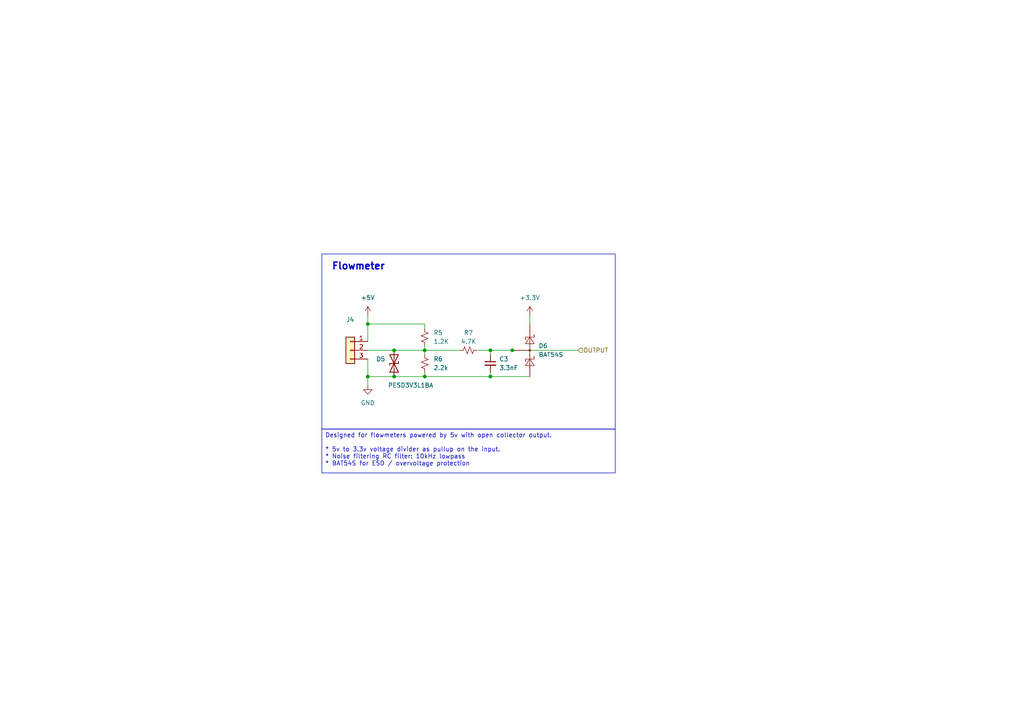
<source format=kicad_sch>
(kicad_sch (version 20250114) (generator "eeschema") (generator_version "9.0")
  (paper "A4")
  (title_block (title "https://github.com/hoeken/brineomatic") (date "2025-08-28") (rev "C"))
  (lib_symbols
    (symbol "Connector_Generic:Conn_01x03" (pin_names (offset 1.016) (hide yes))
      (property "Reference" "J" (at 0 5.08 0))
      (property "Value" "Conn_01x03" (at 0 -5.08 0))
      (symbol "Conn_01x03_1_1"
        (rectangle (start -1.27 3.81) (end 1.27 -3.81) (stroke (width 0.254)) (fill (type background)))
        (rectangle (start -1.27 2.667) (end 0 2.413) (stroke (width 0.1524)))
        (rectangle (start -1.27 0.127) (end 0 -0.127) (stroke (width 0.1524)))
        (rectangle (start -1.27 -2.413) (end 0 -2.667) (stroke (width 0.1524)))
        (pin passive line (at -5.08 2.54 0) (length 3.81) (name "Pin_1") (number "1"))
        (pin passive line (at -5.08 0 0) (length 3.81) (name "Pin_2") (number "2"))
        (pin passive line (at -5.08 -2.54 0) (length 3.81) (name "Pin_3") (number "3"))
      )
    )
    (symbol "Device:C_Small" (pin_numbers (hide yes)) (pin_names (offset 0.254) (hide yes))
      (property "Reference" "C" (at 0.254 1.778 0))
      (property "Value" "C_Small" (at 0.254 -2.032 0))
      (symbol "C_Small_0_1"
        (polyline (pts (xy -1.524 0.508) (xy 1.524 0.508)) (stroke (width 0.3048)))
        (polyline (pts (xy -1.524 -0.508) (xy 1.524 -0.508)) (stroke (width 0.3302)))
      )
      (symbol "C_Small_1_1"
        (pin passive line (at 0 2.54 270) (length 2.032) (name "~") (number "1"))
        (pin passive line (at 0 -2.54 90) (length 2.032) (name "~") (number "2"))
      )
    )
    (symbol "Device:D_TVS" (pin_numbers (hide yes)) (pin_names (offset 1.016) (hide yes))
      (property "Reference" "D" (at 0 2.54 0))
      (property "Value" "D_TVS" (at 0 -2.54 0))
      (symbol "D_TVS_0_1"
        (polyline (pts (xy -2.54 1.27) (xy -2.54 -1.27) (xy 2.54 1.27) (xy 2.54 -1.27) (xy -2.54 1.27)) (stroke (width 0.254)))
        (polyline (pts (xy 0.508 1.27) (xy 0 1.27) (xy 0 -1.27) (xy -0.508 -1.27)) (stroke (width 0.254)))
        (polyline (pts (xy 1.27 0) (xy -1.27 0)))
      )
      (symbol "D_TVS_1_1"
        (pin passive line (at -3.81 0 0) (length 2.54) (name "A1") (number "1"))
        (pin passive line (at 3.81 0 180) (length 2.54) (name "A2") (number "2"))
      )
    )
    (symbol "Device:R_Small_US" (pin_numbers (hide yes)) (pin_names (offset 0.254) (hide yes))
      (property "Reference" "R" (at 0.762 0.508 0))
      (property "Value" "R_Small_US" (at 0.762 -1.016 0))
      (symbol "R_Small_US_1_1"
        (polyline (pts (xy 0 1.524) (xy 1.016 1.143) (xy 0 0.762) (xy -1.016 0.381) (xy 0 0)))
        (polyline (pts (xy 0 0) (xy 1.016 -0.381) (xy 0 -0.762) (xy -1.016 -1.143) (xy 0 -1.524)))
        (pin passive line (at 0 2.54 270) (length 1.016) (name "~") (number "1"))
        (pin passive line (at 0 -2.54 90) (length 1.016) (name "~") (number "2"))
      )
    )
    (symbol "Diode:BAT54S" (pin_numbers (hide yes)) (pin_names (offset 0) (hide yes))
      (property "Reference" "D" (at 2.54 -5.08 0))
      (property "Value" "BAT54S" (at -6.35 3.175 0))
      (symbol "BAT54S_0_1"
        (polyline (pts (xy -4.445 1.27) (xy -4.445 -1.27) (xy -2.54 0) (xy -4.445 1.27)))
        (polyline (pts (xy -3.81 0) (xy -1.27 0)))
        (polyline (pts (xy -3.175 -1.27) (xy -3.175 -1.016)))
        (polyline (pts (xy -2.54 1.27) (xy -1.905 1.27)))
        (polyline (pts (xy -2.54 -1.27) (xy -3.175 -1.27)))
        (polyline (pts (xy -2.54 -1.27) (xy -2.54 1.27)))
        (polyline (pts (xy -1.905 1.27) (xy -1.905 1.016)))
        (polyline (pts (xy -1.905 0) (xy 1.905 0)))
        (circle (center 0 0) (radius 0.254) (fill (type outline)))
        (polyline (pts (xy 1.27 0) (xy 3.81 0)))
        (polyline (pts (xy 1.905 1.27) (xy 1.905 -1.27) (xy 3.81 0) (xy 1.905 1.27)))
        (polyline (pts (xy 3.175 -1.27) (xy 3.175 -1.016)))
        (polyline (pts (xy 3.81 1.27) (xy 4.445 1.27)))
        (polyline (pts (xy 3.81 -1.27) (xy 3.175 -1.27)))
        (polyline (pts (xy 3.81 -1.27) (xy 3.81 1.27)))
        (polyline (pts (xy 4.445 1.27) (xy 4.445 1.016)))
      )
      (symbol "BAT54S_1_1"
        (pin passive line (at -7.62 0 0) (length 3.81) (name "A") (number "1"))
        (pin passive line (at 0 -5.08 90) (length 5.08) (name "COM") (number "3"))
        (pin passive line (at 7.62 0 180) (length 3.81) (name "K") (number "2"))
      )
    )
    (symbol "power:+3.3V" (power) (pin_numbers (hide yes)) (pin_names (offset 0) (hide yes))
      (property "Value" "+3.3V" (at 0 3.556 0))
      (symbol "+3.3V_0_1"
        (polyline (pts (xy -0.762 1.27) (xy 0 2.54)))
        (polyline (pts (xy 0 2.54) (xy 0.762 1.27)))
        (polyline (pts (xy 0 0) (xy 0 2.54)))
      )
      (symbol "+3.3V_1_1"
        (pin power_in line (at 0 0 90) (length 0) (name "~") (number "1"))
      )
    )
    (symbol "power:+5V" (power) (pin_numbers (hide yes)) (pin_names (offset 0) (hide yes))
      (property "Value" "+5V" (at 0 3.556 0))
      (symbol "+5V_0_1"
        (polyline (pts (xy -0.762 1.27) (xy 0 2.54)))
        (polyline (pts (xy 0 2.54) (xy 0.762 1.27)))
        (polyline (pts (xy 0 0) (xy 0 2.54)))
      )
      (symbol "+5V_1_1"
        (pin power_in line (at 0 0 90) (length 0) (name "~") (number "1"))
      )
    )
    (symbol "power:GND" (power) (pin_numbers (hide yes)) (pin_names (offset 0) (hide yes))
      (property "Value" "GND" (at 0 -3.81 0))
      (symbol "GND_0_1"
        (polyline (pts (xy 0 0) (xy 0 -1.27) (xy 1.27 -1.27) (xy 0 -2.54) (xy -1.27 -1.27) (xy 0 -1.27)))
      )
      (symbol "GND_1_1"
        (pin power_in line (at 0 0 270) (length 0) (name "~") (number "1"))
      )
    )
  )
  (rectangle (start 93.345 73.66) (end 178.435 124.46))
  (text "Flowmeter" (at 96.139 77.343 0) (effects (font (size 2 2) (thickness 0.4) (bold yes)) (justify left)))
  (text_box "Designed for flowmeters powered by 5v with open collector output.\n\n* 5v to 3.3v voltage divider as pullup on the input.\n* Noise filtering RC filter: 10kHz lowpass\n* BAT54S for ESD / overvoltage protection" (at 93.345 124.46 0) (size 85.09 12.7) (margins 0.9525 0.9525 0.9525 0.9525) (effects (font (size 1.27 1.27)) (justify left top)))
  (junction (at 123.19 109.22))
  (junction (at 106.68 109.22))
  (junction (at 114.3 109.22))
  (junction (at 142.24 109.22))
  (junction (at 148.59 101.6))
  (junction (at 114.3 101.6))
  (junction (at 123.19 101.6))
  (junction (at 142.24 101.6))
  (junction (at 106.68 93.98))
  (wire (pts (xy 142.24 109.22) (xy 142.24 107.95)))
  (wire (pts (xy 123.19 109.22) (xy 123.19 107.95)))
  (wire (pts (xy 123.19 109.22) (xy 142.24 109.22)))
  (wire (pts (xy 153.67 91.44) (xy 153.67 93.98)))
  (wire (pts (xy 148.59 101.6) (xy 167.64 101.6)))
  (wire (pts (xy 138.43 101.6) (xy 142.24 101.6)))
  (wire (pts (xy 106.68 93.98) (xy 123.19 93.98)))
  (wire (pts (xy 106.68 91.44) (xy 106.68 93.98)))
  (wire (pts (xy 123.19 101.6) (xy 133.35 101.6)))
  (wire (pts (xy 114.3 101.6) (xy 123.19 101.6)))
  (wire (pts (xy 106.68 109.22) (xy 106.68 111.76)))
  (wire (pts (xy 106.68 109.22) (xy 114.3 109.22)))
  (wire (pts (xy 106.68 93.98) (xy 106.68 99.06)))
  (wire (pts (xy 106.68 101.6) (xy 114.3 101.6)))
  (wire (pts (xy 123.19 100.33) (xy 123.19 101.6)))
  (wire (pts (xy 142.24 101.6) (xy 148.59 101.6)))
  (wire (pts (xy 114.3 109.22) (xy 123.19 109.22)))
  (wire (pts (xy 142.24 102.87) (xy 142.24 101.6)))
  (wire (pts (xy 123.19 93.98) (xy 123.19 95.25)))
  (wire (pts (xy 123.19 102.87) (xy 123.19 101.6)))
  (wire (pts (xy 106.68 104.14) (xy 106.68 109.22)))
  (wire (pts (xy 153.67 109.22) (xy 142.24 109.22)))
  (hierarchical_label "OUTPUT" (shape input) (at 167.64 101.6 0))
  (symbol (lib_id "power:GND") (at 106.68 111.76 0) (unit 1)
    (property "Reference" "#PWR016" (effects (hide yes)))
    (property "Value" "GND" (at 106.68 116.84 0))
    (property "Description" "Power symbol creates a global label with name \"GND\" , ground" (effects (hide yes)))
    (instances (project "brineomatic" (path "" (reference "#PWR016") (unit 1)) (path "" (reference "#PWR035") (unit 1))))
  )
  (symbol (lib_id "power:+3.3V") (at 153.67 91.44 0) (unit 1)
    (property "Reference" "#PWR017" (effects (hide yes)))
    (property "Value" "+3.3V" (at 153.67 86.36 0))
    (property "Description" "Power symbol creates a global label with name \"+3.3V\"" (effects (hide yes)))
    (instances (project "brineomatic" (path "" (reference "#PWR017") (unit 1)) (path "" (reference "#PWR036") (unit 1))))
  )
  (symbol (lib_id "Device:R_Small_US") (at 135.89 101.6 90) (unit 1)
    (property "Reference" "R7" (at 135.89 96.52 90))
    (property "Value" "4.7K" (at 135.89 99.06 90))
    (property "Footprint" "Resistor_SMD:R_0603_1608Metric" (effects (hide yes)))
    (property "Description" "Resistor, small US symbol" (effects (hide yes)))
    (property "LCSC" " C23162" (effects (hide yes)))
    (instances (project "brineomatic" (path "" (reference "R7") (unit 1)) (path "" (reference "R31") (unit 1))))
  )
  (symbol (lib_id "Connector_Generic:Conn_01x03") (at 101.6 101.6 0) (mirror y) (unit 1)
    (property "Reference" "J4" (at 101.6 92.71 0))
    (property "Footprint" "Connector_JST:JST_PH_S3B-PH-K_1x03_P2.00mm_Horizontal" (effects (hide yes)))
    (property "Description" "Generic connector, single row, 01x03, script generated (kicad-library-utils/schlib/autogen/connector/)" (effects (hide yes)))
    (property "LCSC" "C157929" (effects (hide yes)))
    (property "Rotation Offset" "180" (effects (hide yes)))
    (instances (project "brineomatic" (path "" (reference "J4") (unit 1)) (path "" (reference "J11") (unit 1))))
  )
  (symbol (lib_id "Diode:BAT54S") (at 153.67 101.6 270) (mirror x) (unit 1)
    (property "Reference" "D6" (at 156.21 100.33 90) (effects (justify left)))
    (property "Value" "BAT54S" (at 156.21 102.87 90) (effects (justify left)))
    (property "Footprint" "Package_TO_SOT_SMD:SOT-23" (effects (hide yes)))
    (property "Datasheet" "https://www.diodes.com/assets/Datasheets/ds11005.pdf" (effects (hide yes)))
    (property "LCSC" "C727126" (effects (hide yes)))
    (instances (project "brineomatic" (path "" (reference "D6") (unit 1)) (path "" (reference "D24") (unit 1))))
  )
  (symbol (lib_id "power:+5V") (at 106.68 91.44 0) (unit 1)
    (property "Reference" "#PWR015" (effects (hide yes)))
    (property "Value" "+5V" (at 106.68 86.36 0))
    (property "Description" "Power symbol creates a global label with name \"+5V\"" (effects (hide yes)))
    (instances (project "" (path "" (reference "#PWR015") (unit 1)) (path "" (reference "#PWR034") (unit 1))))
  )
  (symbol (lib_id "Device:R_Small_US") (at 123.19 97.79 180) (unit 1)
    (property "Reference" "R5" (at 125.73 96.5199 0) (effects (justify right)))
    (property "Value" "1.2K" (at 125.73 99.0599 0) (effects (justify right)))
    (property "Footprint" "Resistor_SMD:R_0603_1608Metric" (effects (hide yes)))
    (property "Description" "Resistor, small US symbol" (effects (hide yes)))
    (property "LCSC" "C22765" (effects (hide yes)))
    (instances (project "brineomatic" (path "" (reference "R5") (unit 1)) (path "" (reference "R29") (unit 1))))
  )
  (symbol (lib_id "Device:D_TVS") (at 114.3 105.41 270) (mirror x) (unit 1)
    (property "Reference" "D5" (at 111.76 104.1399 90) (effects (justify right)))
    (property "Value" "PESD3V3L1BA" (at 125.73 111.76 90) (effects (justify right)))
    (property "Footprint" "Diode_SMD:D_SOD-323" (effects (hide yes)))
    (property "Description" "Bidirectional transient-voltage-suppression diode" (effects (hide yes)))
    (property "LCSC" "C2687129" (effects (hide yes)))
    (instances (project "brineomatic" (path "" (reference "D5") (unit 1)) (path "" (reference "D23") (unit 1))))
  )
  (symbol (lib_id "Device:C_Small") (at 142.24 105.41 0) (unit 1)
    (property "Reference" "C3" (at 144.78 104.1462 0) (effects (justify left)))
    (property "Value" "3.3nF" (at 144.78 106.6862 0) (effects (justify left)))
    (property "Footprint" "Capacitor_SMD:C_0603_1608Metric" (effects (hide yes)))
    (property "Description" "Unpolarized capacitor, small symbol" (effects (hide yes)))
    (instances (project "brineomatic" (path "" (reference "C3") (unit 1)) (path "" (reference "C23") (unit 1))))
  )
  (symbol (lib_id "Device:R_Small_US") (at 123.19 105.41 180) (unit 1)
    (property "Reference" "R6" (at 125.73 104.1399 0) (effects (justify right)))
    (property "Value" "2.2k" (at 125.73 106.6799 0) (effects (justify right)))
    (property "Footprint" "Resistor_SMD:R_0603_1608Metric" (effects (hide yes)))
    (property "Description" "Resistor, small US symbol" (effects (hide yes)))
    (property "LCSC" " C4190" (effects (hide yes)))
    (instances (project "brineomatic" (path "" (reference "R6") (unit 1)) (path "" (reference "R30") (unit 1))))
  )
)
</source>
